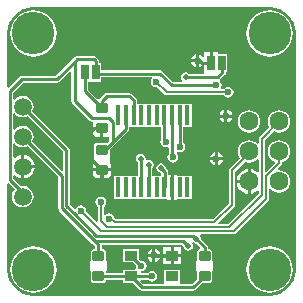
<source format=gtl>
G04 Layer_Physical_Order=1*
G04 Layer_Color=255*
%FSLAX44Y44*%
%MOMM*%
G71*
G01*
G75*
G04:AMPARAMS|DCode=10|XSize=1mm|YSize=0.9mm|CornerRadius=0.1125mm|HoleSize=0mm|Usage=FLASHONLY|Rotation=0.000|XOffset=0mm|YOffset=0mm|HoleType=Round|Shape=RoundedRectangle|*
%AMROUNDEDRECTD10*
21,1,1.0000,0.6750,0,0,0.0*
21,1,0.7750,0.9000,0,0,0.0*
1,1,0.2250,0.3875,-0.3375*
1,1,0.2250,-0.3875,-0.3375*
1,1,0.2250,-0.3875,0.3375*
1,1,0.2250,0.3875,0.3375*
%
%ADD10ROUNDEDRECTD10*%
%ADD11R,1.0160X0.8636*%
%ADD12R,0.6350X1.2700*%
%ADD13R,0.4064X1.6510*%
%ADD14C,0.2500*%
%ADD15C,0.2000*%
%ADD16C,0.3000*%
%ADD17C,1.6000*%
%ADD18C,3.6000*%
%ADD19C,1.5000*%
%ADD20C,0.5000*%
%ADD21C,0.6000*%
G36*
X215951Y118192D02*
Y108020D01*
X214681Y107452D01*
X212915Y108807D01*
X210352Y109869D01*
X208870Y110064D01*
Y99600D01*
Y89136D01*
X210352Y89331D01*
X212915Y90393D01*
X214681Y91748D01*
X215951Y91180D01*
Y89556D01*
X189944Y63549D01*
X181813D01*
X181327Y64722D01*
X194802Y78198D01*
X195355Y79025D01*
X195549Y80000D01*
Y107944D01*
X203868Y116263D01*
X205120Y115744D01*
X207600Y115418D01*
X210080Y115744D01*
X212391Y116702D01*
X214375Y118225D01*
X214681Y118623D01*
X215951Y118192D01*
D02*
G37*
G36*
X25000Y247176D02*
X223772D01*
X225000Y247176D01*
X225000Y247176D01*
X225000Y247176D01*
Y247176D01*
X226234Y247088D01*
X229333Y246783D01*
X233499Y245519D01*
X237339Y243467D01*
X240705Y240705D01*
X243467Y237339D01*
X245519Y233499D01*
X246783Y229333D01*
X247088Y226234D01*
X247176Y225000D01*
X247176D01*
X247176Y225000D01*
Y26228D01*
X247176Y25000D01*
X247176Y25000D01*
X247176Y25000D01*
X247176D01*
X247088Y23766D01*
X246783Y20667D01*
X245519Y16501D01*
X243467Y12661D01*
X240705Y9295D01*
X237339Y6533D01*
X233499Y4481D01*
X229333Y3217D01*
X226234Y2912D01*
X225000Y2824D01*
Y2824D01*
X225000Y2824D01*
X26228D01*
X25000Y2824D01*
X25000Y2824D01*
X25000Y2824D01*
Y2824D01*
X23766Y2912D01*
X20667Y3217D01*
X16501Y4481D01*
X12661Y6533D01*
X9295Y9295D01*
X6533Y12661D01*
X4481Y16501D01*
X3217Y20667D01*
X2912Y23766D01*
X2824Y25000D01*
X2824D01*
X2824Y25000D01*
Y97414D01*
X4094Y97941D01*
X9249Y92786D01*
X8138Y91339D01*
X7232Y89149D01*
X6922Y86800D01*
X7232Y84451D01*
X8138Y82261D01*
X9581Y80381D01*
X11461Y78938D01*
X13650Y78032D01*
X16000Y77722D01*
X18349Y78032D01*
X20539Y78938D01*
X22419Y80381D01*
X23861Y82261D01*
X24768Y84451D01*
X25078Y86800D01*
X24768Y89149D01*
X23861Y91339D01*
X22419Y93219D01*
X20539Y94661D01*
X18349Y95568D01*
X16000Y95878D01*
X14310Y95655D01*
X7804Y102161D01*
Y104486D01*
X9074Y104859D01*
X10937Y103430D01*
X13379Y102418D01*
X14730Y102240D01*
Y112200D01*
Y122159D01*
X13379Y121981D01*
X10937Y120970D01*
X9074Y119541D01*
X7804Y119914D01*
Y131411D01*
X9074Y131842D01*
X9581Y131181D01*
X11461Y129739D01*
X13650Y128832D01*
X16000Y128522D01*
X18349Y128832D01*
X20084Y129550D01*
X46196Y103439D01*
Y77000D01*
X46410Y75927D01*
X47017Y75017D01*
X75017Y47017D01*
X77196Y44839D01*
Y42551D01*
X76125D01*
X75101Y42348D01*
X74233Y41768D01*
X73652Y40899D01*
X73449Y39875D01*
Y33125D01*
X73561Y32561D01*
X73000Y32000D01*
Y24000D01*
X73561Y23439D01*
X73449Y22875D01*
Y16125D01*
X73652Y15101D01*
X74233Y14232D01*
X75101Y13652D01*
X76125Y13449D01*
X83875D01*
X84899Y13652D01*
X85767Y14232D01*
X86348Y15101D01*
X86551Y16125D01*
Y16446D01*
X100920D01*
Y13432D01*
X109353D01*
X114767Y8017D01*
X115677Y7410D01*
X116750Y7196D01*
X160500D01*
X161573Y7410D01*
X162483Y8017D01*
X167914Y13449D01*
X173875D01*
X174899Y13652D01*
X175767Y14232D01*
X176348Y15101D01*
X176551Y16125D01*
Y22875D01*
X176439Y23439D01*
X177000Y24000D01*
Y32000D01*
X176439Y32561D01*
X176551Y33125D01*
Y39875D01*
X176348Y40899D01*
X175767Y41768D01*
X174899Y42348D01*
X173875Y42551D01*
X172804D01*
Y44000D01*
X172591Y45073D01*
X171983Y45983D01*
X167060Y50906D01*
X167078Y51000D01*
X166768Y52561D01*
X166019Y53681D01*
X166249Y54449D01*
X166573Y54951D01*
X194500D01*
X195476Y55145D01*
X196302Y55698D01*
X223802Y83198D01*
X224355Y84025D01*
X224549Y85000D01*
Y92922D01*
X225819Y93353D01*
X226224Y92825D01*
X228209Y91302D01*
X230520Y90344D01*
X233000Y90018D01*
X235480Y90344D01*
X237791Y91302D01*
X239775Y92825D01*
X241298Y94809D01*
X242255Y97120D01*
X242582Y99600D01*
X242255Y102080D01*
X241298Y104391D01*
X239775Y106376D01*
X237791Y107898D01*
X235480Y108855D01*
X233000Y109182D01*
X232520Y109119D01*
X231926Y110322D01*
X234803Y113198D01*
X235355Y114025D01*
X235549Y115000D01*
Y115773D01*
X237791Y116702D01*
X239775Y118225D01*
X241298Y120209D01*
X242255Y122520D01*
X242582Y125000D01*
X242255Y127480D01*
X241298Y129791D01*
X239775Y131776D01*
X237791Y133298D01*
X235480Y134256D01*
X233000Y134582D01*
X230520Y134256D01*
X228209Y133298D01*
X226224Y131776D01*
X224702Y129791D01*
X223745Y127480D01*
X223418Y125000D01*
X223745Y122520D01*
X224702Y120209D01*
X226224Y118225D01*
X228209Y116702D01*
X229195Y116293D01*
X229443Y115048D01*
X222222Y107827D01*
X221049Y108313D01*
Y134843D01*
X228279Y142073D01*
X230520Y141145D01*
X233000Y140818D01*
X235480Y141145D01*
X237791Y142102D01*
X239775Y143625D01*
X241298Y145609D01*
X242255Y147920D01*
X242582Y150400D01*
X242255Y152880D01*
X241298Y155191D01*
X239775Y157176D01*
X237791Y158698D01*
X235480Y159656D01*
X233000Y159982D01*
X230520Y159656D01*
X228209Y158698D01*
X226224Y157176D01*
X224702Y155191D01*
X223745Y152880D01*
X223418Y150400D01*
X223745Y147920D01*
X224674Y145677D01*
X216698Y137702D01*
X216145Y136875D01*
X215951Y135899D01*
Y131808D01*
X214681Y131377D01*
X214375Y131776D01*
X212391Y133298D01*
X210080Y134256D01*
X207600Y134582D01*
X205120Y134256D01*
X202809Y133298D01*
X200825Y131776D01*
X199302Y129791D01*
X198344Y127480D01*
X198018Y125000D01*
X198344Y122520D01*
X199302Y120209D01*
X199867Y119472D01*
X191198Y110802D01*
X190645Y109976D01*
X190451Y109000D01*
Y81056D01*
X176944Y67549D01*
X95056D01*
X93336Y69269D01*
X93239Y69756D01*
X92244Y71244D01*
X90756Y72239D01*
X89000Y72588D01*
X87244Y72239D01*
X85819Y71287D01*
X85464Y71360D01*
X84549Y71724D01*
Y78291D01*
X85244Y78756D01*
X86239Y80244D01*
X86588Y82000D01*
X86239Y83756D01*
X85244Y85244D01*
X83756Y86239D01*
X82000Y86588D01*
X80244Y86239D01*
X78756Y85244D01*
X77761Y83756D01*
X77412Y82000D01*
X77761Y80244D01*
X78756Y78756D01*
X79451Y78291D01*
Y66000D01*
X79464Y65937D01*
X78293Y65312D01*
X69425Y74180D01*
X69588Y75000D01*
X69239Y76756D01*
X68244Y78244D01*
X66756Y79239D01*
X65000Y79588D01*
X63244Y79239D01*
X61756Y78244D01*
X60859Y76902D01*
X60136Y76566D01*
X59571Y76395D01*
X55804Y80161D01*
Y126000D01*
X55590Y127073D01*
X54983Y127983D01*
X24050Y158916D01*
X24768Y160651D01*
X25078Y163000D01*
X24768Y165349D01*
X23861Y167539D01*
X22419Y169419D01*
X20539Y170861D01*
X18349Y171768D01*
X16000Y172078D01*
X13650Y171768D01*
X11461Y170861D01*
X9581Y169419D01*
X9074Y168758D01*
X7804Y169189D01*
Y174839D01*
X16161Y183196D01*
X45000D01*
X46073Y183410D01*
X46983Y184017D01*
X56023Y193058D01*
X57196Y192572D01*
Y168000D01*
X57410Y166927D01*
X58017Y166017D01*
X73017Y151017D01*
X73927Y150410D01*
X74771Y150242D01*
X75092Y149908D01*
X75225Y149717D01*
X75597Y148926D01*
X75388Y147875D01*
Y145770D01*
X83000D01*
Y144500D01*
X84270D01*
Y137388D01*
X86875D01*
X87926Y137597D01*
X89196Y136857D01*
Y134161D01*
X87468Y132433D01*
X86875Y132551D01*
X79125D01*
X78101Y132348D01*
X77232Y131768D01*
X76652Y130899D01*
X76449Y129875D01*
Y123125D01*
X76561Y122561D01*
X76000Y122000D01*
Y114795D01*
X75673Y114305D01*
X75388Y112875D01*
Y110770D01*
X90612D01*
Y112875D01*
X90327Y114305D01*
X90000Y114795D01*
Y122000D01*
X89439Y122561D01*
X89551Y123125D01*
Y126586D01*
X93983Y131017D01*
X105233Y142267D01*
X105840Y143177D01*
X106054Y144250D01*
Y145979D01*
X132998D01*
Y135111D01*
X132761Y134756D01*
X132412Y133000D01*
X132761Y131244D01*
X133756Y129756D01*
X135244Y128761D01*
X137000Y128412D01*
X138676Y128745D01*
X138949Y128742D01*
X139946Y128209D01*
Y123372D01*
X139756Y123244D01*
X138761Y121756D01*
X138412Y120000D01*
X138761Y118244D01*
X139756Y116756D01*
X141244Y115761D01*
X143000Y115412D01*
X144756Y115761D01*
X146244Y116756D01*
X147239Y118244D01*
X147588Y120000D01*
X147239Y121756D01*
X146244Y123244D01*
X146205Y123271D01*
X146236Y123907D01*
X146577Y124196D01*
X147540Y124702D01*
X149000Y124412D01*
X150756Y124761D01*
X152244Y125756D01*
X153239Y127244D01*
X153588Y129000D01*
X153239Y130756D01*
X152244Y132244D01*
X151804Y132539D01*
Y145979D01*
X158892D01*
Y165489D01*
X112554D01*
Y168250D01*
X112340Y169323D01*
X111733Y170233D01*
X107983Y173983D01*
X107073Y174590D01*
X106000Y174804D01*
X87000D01*
X85927Y174590D01*
X85017Y173983D01*
X81017Y169983D01*
X80722Y169540D01*
X79243Y169222D01*
X71304Y177161D01*
Y184150D01*
X82247D01*
Y188196D01*
X125069D01*
X125543Y186926D01*
X124761Y185756D01*
X124412Y184000D01*
X124761Y182244D01*
X125756Y180756D01*
X127244Y179761D01*
X129000Y179412D01*
X129820Y179575D01*
X136198Y173198D01*
X137025Y172645D01*
X138000Y172451D01*
X186291D01*
X186756Y171756D01*
X188244Y170761D01*
X190000Y170412D01*
X191756Y170761D01*
X193244Y171756D01*
X194239Y173244D01*
X194588Y175000D01*
X194239Y176756D01*
X193244Y178244D01*
X191756Y179239D01*
X190000Y179588D01*
X188244Y179239D01*
X186756Y178244D01*
X186291Y177549D01*
X184634D01*
X183955Y178819D01*
X184239Y179244D01*
X184588Y181000D01*
X184239Y182756D01*
X183244Y184244D01*
X182930Y184454D01*
Y185982D01*
X182983Y186017D01*
X187063Y190097D01*
X187670Y191007D01*
X187884Y192080D01*
Y192150D01*
X189247D01*
Y207850D01*
X181215D01*
Y208890D01*
X176770D01*
Y200000D01*
X174230D01*
Y208890D01*
X169785D01*
Y205600D01*
X168515Y205215D01*
X167994Y205994D01*
X166162Y207219D01*
X165270Y207396D01*
Y202000D01*
Y196604D01*
X166162Y196781D01*
X167994Y198006D01*
X168515Y198785D01*
X169785Y198400D01*
Y191110D01*
X168642Y190804D01*
X156937D01*
X156884Y190884D01*
X155561Y191768D01*
X154000Y192078D01*
X152439Y191768D01*
X151116Y190884D01*
X150232Y189561D01*
X149922Y188000D01*
X150232Y186439D01*
X151116Y185116D01*
X151180Y185074D01*
X150794Y183804D01*
X143161D01*
X133982Y192983D01*
X133073Y193591D01*
X132000Y193804D01*
X82247D01*
Y199850D01*
X80376D01*
Y201428D01*
X80162Y202501D01*
X79555Y203411D01*
X77983Y204983D01*
X77073Y205590D01*
X76000Y205804D01*
X62000D01*
X60927Y205590D01*
X60017Y204983D01*
X58017Y202983D01*
X43839Y188804D01*
X15000D01*
X13927Y188590D01*
X13017Y187983D01*
X4094Y179060D01*
X2824Y179586D01*
Y223772D01*
X2824Y225000D01*
X2824Y225000D01*
X2824Y225000D01*
X2824D01*
X2912Y226234D01*
X3217Y229333D01*
X4481Y233499D01*
X6533Y237339D01*
X9295Y240705D01*
X12661Y243467D01*
X16501Y245519D01*
X20667Y246783D01*
X23766Y247088D01*
X25000Y247176D01*
Y247176D01*
X25000Y247176D01*
D02*
G37*
G36*
X161439Y47232D02*
X163000Y46922D01*
X163094Y46940D01*
X166213Y43821D01*
X166184Y43397D01*
X165760Y42479D01*
X165101Y42348D01*
X164233Y41768D01*
X163652Y40899D01*
X163449Y39875D01*
Y33125D01*
X163561Y32561D01*
X163000Y32000D01*
Y24000D01*
X163561Y23439D01*
X163449Y22875D01*
Y16914D01*
X159339Y12804D01*
X150116D01*
X149106Y13432D01*
X149106Y14074D01*
Y25068D01*
X135946D01*
Y14074D01*
X135946Y13432D01*
X134936Y12804D01*
X117911D01*
X115442Y15273D01*
X115928Y16446D01*
X121712D01*
X122006Y16006D01*
X123494Y15011D01*
X125250Y14662D01*
X127006Y15011D01*
X128495Y16006D01*
X129489Y17494D01*
X129838Y19250D01*
X129489Y21006D01*
X128495Y22494D01*
X127006Y23489D01*
X125250Y23838D01*
X123494Y23489D01*
X122006Y22494D01*
X121712Y22054D01*
X115441D01*
X115362Y22288D01*
X116197Y23376D01*
X116315Y23430D01*
X117980Y23761D01*
X119468Y24756D01*
X120463Y26244D01*
X120812Y28000D01*
X120463Y29756D01*
X119468Y31244D01*
X117980Y32239D01*
X116224Y32588D01*
X115704Y32485D01*
X114080Y34109D01*
Y42708D01*
X100920D01*
Y31072D01*
X109187D01*
X111739Y28520D01*
X111636Y28000D01*
X111966Y26338D01*
X111947Y26048D01*
X111424Y25068D01*
X100920D01*
Y22054D01*
X86551D01*
Y22875D01*
X86439Y23439D01*
X87000Y24000D01*
Y32000D01*
X86439Y32561D01*
X86551Y33125D01*
Y39875D01*
X86348Y40899D01*
X85767Y41768D01*
X84899Y42348D01*
X83875Y42551D01*
X82804D01*
Y46000D01*
X82965Y46196D01*
X150839D01*
X151940Y45094D01*
X151922Y45000D01*
X152232Y43439D01*
X153116Y42116D01*
X154439Y41232D01*
X156000Y40922D01*
X157561Y41232D01*
X158884Y42116D01*
X159768Y43439D01*
X160078Y45000D01*
X159768Y46561D01*
X159453Y47032D01*
X160369Y47947D01*
X161439Y47232D01*
D02*
G37*
G36*
X9581Y156581D02*
X11461Y155139D01*
X13650Y154232D01*
X16000Y153922D01*
X18349Y154232D01*
X20084Y154950D01*
X50196Y124838D01*
Y109028D01*
X49023Y108542D01*
X24050Y133516D01*
X24768Y135251D01*
X25078Y137600D01*
X24768Y139949D01*
X23861Y142139D01*
X22419Y144019D01*
X20539Y145461D01*
X18349Y146368D01*
X16000Y146678D01*
X13650Y146368D01*
X11461Y145461D01*
X9581Y144019D01*
X9074Y143358D01*
X7804Y143789D01*
Y156811D01*
X9074Y157242D01*
X9581Y156581D01*
D02*
G37*
%LPC*%
G36*
X206330Y110064D02*
X204848Y109869D01*
X202285Y108807D01*
X200083Y107117D01*
X198393Y104916D01*
X197331Y102352D01*
X197136Y100870D01*
X206330D01*
Y110064D01*
D02*
G37*
G36*
Y98330D02*
X197136D01*
X197331Y96848D01*
X198393Y94284D01*
X200083Y92083D01*
X202285Y90393D01*
X204848Y89331D01*
X206330Y89136D01*
Y98330D01*
D02*
G37*
G36*
X225000Y244594D02*
X221177Y244218D01*
X217501Y243103D01*
X214114Y241292D01*
X211145Y238855D01*
X208708Y235886D01*
X206897Y232498D01*
X205782Y228822D01*
X205406Y225000D01*
X205782Y221177D01*
X206897Y217501D01*
X208708Y214114D01*
X211145Y211145D01*
X214114Y208708D01*
X217501Y206897D01*
X221177Y205782D01*
X225000Y205406D01*
X228822Y205782D01*
X232498Y206897D01*
X235886Y208708D01*
X238855Y211145D01*
X241292Y214114D01*
X243103Y217501D01*
X244218Y221177D01*
X244594Y225000D01*
X244218Y228822D01*
X243103Y232498D01*
X241292Y235886D01*
X238855Y238855D01*
X235886Y241292D01*
X232498Y243103D01*
X228822Y244218D01*
X225000Y244594D01*
D02*
G37*
G36*
X116000Y123078D02*
X114439Y122768D01*
X113116Y121884D01*
X112232Y120561D01*
X111922Y119000D01*
X112232Y117439D01*
X113116Y116116D01*
X113196Y116063D01*
Y104255D01*
X93218D01*
Y84745D01*
X137834D01*
Y83705D01*
X141136D01*
Y94500D01*
Y105295D01*
X138804D01*
Y108000D01*
X138590Y109073D01*
X137983Y109983D01*
X137060Y110906D01*
X137078Y111000D01*
X136768Y112561D01*
X135884Y113884D01*
X134561Y114768D01*
X133000Y115078D01*
X131439Y114768D01*
X130116Y113884D01*
X129232Y112561D01*
X128922Y111000D01*
X129232Y109439D01*
X130116Y108116D01*
X131439Y107232D01*
X133000Y106922D01*
X133196Y105686D01*
Y104255D01*
X125554D01*
Y110813D01*
X125634Y110866D01*
X126518Y112189D01*
X126828Y113750D01*
X126518Y115311D01*
X125634Y116634D01*
X124311Y117518D01*
X122750Y117828D01*
X121189Y117518D01*
X121061Y117432D01*
X119918Y118196D01*
X120078Y119000D01*
X119768Y120561D01*
X118884Y121884D01*
X117561Y122768D01*
X116000Y123078D01*
D02*
G37*
G36*
X25959Y110930D02*
X17270D01*
Y102240D01*
X18621Y102418D01*
X21063Y103430D01*
X23161Y105039D01*
X24770Y107137D01*
X25782Y109579D01*
X25959Y110930D01*
D02*
G37*
G36*
X146978Y105295D02*
X143676D01*
Y94500D01*
Y83705D01*
X146978D01*
Y84745D01*
X158892D01*
Y104255D01*
X146978D01*
Y105295D01*
D02*
G37*
G36*
X25000Y44595D02*
X21177Y44218D01*
X17502Y43103D01*
X14114Y41292D01*
X11145Y38856D01*
X8708Y35886D01*
X6897Y32499D01*
X5782Y28823D01*
X5406Y25000D01*
X5782Y21177D01*
X6897Y17502D01*
X8708Y14114D01*
X11145Y11145D01*
X14114Y8708D01*
X17502Y6897D01*
X21177Y5782D01*
X25000Y5406D01*
X28823Y5782D01*
X32499Y6897D01*
X35886Y8708D01*
X38856Y11145D01*
X41292Y14114D01*
X43103Y17502D01*
X44218Y21177D01*
X44595Y25000D01*
X44218Y28823D01*
X43103Y32499D01*
X41292Y35886D01*
X38856Y38856D01*
X35886Y41292D01*
X32499Y43103D01*
X28823Y44218D01*
X25000Y44595D01*
D02*
G37*
G36*
X225000D02*
X221177Y44218D01*
X217501Y43103D01*
X214114Y41292D01*
X211145Y38856D01*
X208708Y35886D01*
X206897Y32499D01*
X205782Y28823D01*
X205406Y25000D01*
X205782Y21177D01*
X206897Y17502D01*
X208708Y14114D01*
X211145Y11145D01*
X214114Y8708D01*
X217501Y6897D01*
X221177Y5782D01*
X225000Y5406D01*
X228822Y5782D01*
X232498Y6897D01*
X235886Y8708D01*
X238855Y11145D01*
X241292Y14114D01*
X243103Y17502D01*
X244218Y21177D01*
X244594Y25000D01*
X244218Y28823D01*
X243103Y32499D01*
X241292Y35886D01*
X238855Y38856D01*
X235886Y41292D01*
X232498Y43103D01*
X228822Y44218D01*
X225000Y44595D01*
D02*
G37*
G36*
X207600Y159982D02*
X205120Y159656D01*
X202809Y158698D01*
X200825Y157176D01*
X199302Y155191D01*
X198344Y152880D01*
X198018Y150400D01*
X198344Y147920D01*
X199302Y145609D01*
X200825Y143625D01*
X202809Y142102D01*
X205120Y141145D01*
X207600Y140818D01*
X210080Y141145D01*
X212391Y142102D01*
X214375Y143625D01*
X215898Y145609D01*
X216855Y147920D01*
X217182Y150400D01*
X216855Y152880D01*
X215898Y155191D01*
X214375Y157176D01*
X212391Y158698D01*
X210080Y159656D01*
X207600Y159982D01*
D02*
G37*
G36*
X186730Y153730D02*
X182604D01*
X182781Y152838D01*
X184006Y151006D01*
X185838Y149781D01*
X186730Y149604D01*
Y153730D01*
D02*
G37*
G36*
X181270Y124396D02*
Y120270D01*
X185396D01*
X185219Y121162D01*
X183994Y122994D01*
X182162Y124219D01*
X181270Y124396D01*
D02*
G37*
G36*
X81730Y143230D02*
X75388D01*
Y141125D01*
X75673Y139695D01*
X76483Y138483D01*
X77695Y137673D01*
X79125Y137388D01*
X81730D01*
Y143230D01*
D02*
G37*
G36*
X189270Y160396D02*
Y156270D01*
X193396D01*
X193219Y157162D01*
X191994Y158994D01*
X190162Y160219D01*
X189270Y160396D01*
D02*
G37*
G36*
X162730Y200730D02*
X158604D01*
X158781Y199838D01*
X160006Y198006D01*
X161838Y196781D01*
X162730Y196604D01*
Y200730D01*
D02*
G37*
G36*
X193396Y153730D02*
X189270D01*
Y149604D01*
X190162Y149781D01*
X191994Y151006D01*
X193219Y152838D01*
X193396Y153730D01*
D02*
G37*
G36*
X186730Y160396D02*
X185838Y160219D01*
X184006Y158994D01*
X182781Y157162D01*
X182604Y156270D01*
X186730D01*
Y160396D01*
D02*
G37*
G36*
X25000Y244594D02*
X21177Y244218D01*
X17502Y243103D01*
X14114Y241292D01*
X11145Y238855D01*
X8708Y235886D01*
X6897Y232498D01*
X5782Y228822D01*
X5406Y225000D01*
X5782Y221177D01*
X6897Y217501D01*
X8708Y214114D01*
X11145Y211145D01*
X14114Y208708D01*
X17502Y206897D01*
X21177Y205782D01*
X25000Y205406D01*
X28823Y205782D01*
X32499Y206897D01*
X35886Y208708D01*
X38856Y211145D01*
X41292Y214114D01*
X43103Y217501D01*
X44218Y221177D01*
X44595Y225000D01*
X44218Y228822D01*
X43103Y232498D01*
X41292Y235886D01*
X38856Y238855D01*
X35886Y241292D01*
X32499Y243103D01*
X28823Y244218D01*
X25000Y244594D01*
D02*
G37*
G36*
X17270Y122159D02*
Y113470D01*
X25959D01*
X25782Y114821D01*
X24770Y117263D01*
X23161Y119361D01*
X21063Y120970D01*
X18621Y121981D01*
X17270Y122159D01*
D02*
G37*
G36*
X81730Y108230D02*
X75388D01*
Y106125D01*
X75673Y104695D01*
X76483Y103483D01*
X77695Y102673D01*
X79125Y102388D01*
X81730D01*
Y108230D01*
D02*
G37*
G36*
X90612D02*
X84270D01*
Y102388D01*
X86875D01*
X88305Y102673D01*
X89517Y103483D01*
X90327Y104695D01*
X90612Y106125D01*
Y108230D01*
D02*
G37*
G36*
X162730Y207396D02*
X161838Y207219D01*
X160006Y205994D01*
X158781Y204162D01*
X158604Y203270D01*
X162730D01*
Y207396D01*
D02*
G37*
G36*
X178730Y124396D02*
X177838Y124219D01*
X176006Y122994D01*
X174781Y121162D01*
X174604Y120270D01*
X178730D01*
Y124396D01*
D02*
G37*
G36*
Y117730D02*
X174604D01*
X174781Y116838D01*
X176006Y115006D01*
X177838Y113781D01*
X178730Y113604D01*
Y117730D01*
D02*
G37*
G36*
X185396D02*
X181270D01*
Y113604D01*
X182162Y113781D01*
X183994Y115006D01*
X185219Y116838D01*
X185396Y117730D01*
D02*
G37*
G36*
X125730Y42396D02*
X124838Y42219D01*
X123006Y40994D01*
X121781Y39162D01*
X121604Y38270D01*
X125730D01*
Y42396D01*
D02*
G37*
G36*
X128270D02*
Y38270D01*
X132396D01*
X132219Y39162D01*
X130994Y40994D01*
X129162Y42219D01*
X128270Y42396D01*
D02*
G37*
G36*
X141256Y35620D02*
X134906D01*
Y30032D01*
X141256D01*
Y35620D01*
D02*
G37*
G36*
X150146D02*
X143796D01*
Y30032D01*
X150146D01*
Y35620D01*
D02*
G37*
G36*
X141256Y43748D02*
X134906D01*
Y38160D01*
X141256D01*
Y43748D01*
D02*
G37*
G36*
X150146D02*
X143796D01*
Y38160D01*
X150146D01*
Y43748D01*
D02*
G37*
G36*
X125730Y35730D02*
X121604D01*
X121781Y34838D01*
X123006Y33006D01*
X124838Y31781D01*
X125730Y31604D01*
Y35730D01*
D02*
G37*
G36*
X132396D02*
X128270D01*
Y31604D01*
X129162Y31781D01*
X130994Y33006D01*
X132219Y34838D01*
X132396Y35730D01*
D02*
G37*
%LPD*%
D10*
X83000Y109500D02*
D03*
Y126500D02*
D03*
Y144500D02*
D03*
Y161500D02*
D03*
X170000Y36500D02*
D03*
Y19500D02*
D03*
X80000Y36500D02*
D03*
Y19500D02*
D03*
D11*
X142526Y19250D02*
D03*
X107500D02*
D03*
X142526Y36890D02*
D03*
X107500D02*
D03*
D12*
X77572Y192000D02*
D03*
X68500D02*
D03*
X175500Y200000D02*
D03*
X184572D02*
D03*
D13*
X155360Y94500D02*
D03*
X148756D02*
D03*
X142406D02*
D03*
X135802D02*
D03*
X129250D02*
D03*
X122750D02*
D03*
X116250D02*
D03*
X109750D02*
D03*
X103250D02*
D03*
X96750D02*
D03*
X155360Y155734D02*
D03*
X148756D02*
D03*
X142406D02*
D03*
X135802D02*
D03*
X129250D02*
D03*
X116250D02*
D03*
X122750D02*
D03*
X109750D02*
D03*
X103250D02*
D03*
X96750D02*
D03*
D14*
X185080Y192080D02*
Y200000D01*
X181000Y188000D02*
X185080Y192080D01*
X154000Y188000D02*
X181000D01*
X49000Y77000D02*
X77000Y49000D01*
X16000Y163000D02*
X53000Y126000D01*
Y79000D02*
Y126000D01*
Y79000D02*
X59250Y72750D01*
Y72618D02*
Y72750D01*
X16000Y137600D02*
X49000Y104600D01*
Y77000D02*
Y104600D01*
X15000Y186000D02*
X45000D01*
X5000Y176000D02*
X15000Y186000D01*
X5000Y101000D02*
Y176000D01*
Y101000D02*
X16000Y90000D01*
Y86800D02*
Y90000D01*
X87000Y172000D02*
X106000D01*
X83000Y168000D02*
X87000Y172000D01*
X83000Y161500D02*
Y168000D01*
X109750Y155734D02*
Y168250D01*
X106000Y172000D02*
X109750Y168250D01*
X77572Y192000D02*
Y201428D01*
X76000Y203000D02*
X77572Y201428D01*
X62000Y203000D02*
X76000D01*
X75000Y153000D02*
X89000D01*
X60000Y168000D02*
X75000Y153000D01*
X60000Y168000D02*
Y201000D01*
X62000Y203000D01*
X73000Y119500D02*
X83000Y109500D01*
X73000Y119500D02*
Y141000D01*
X76500Y144500D01*
X83000D01*
X85500Y126500D02*
X92000Y133000D01*
X83000Y126500D02*
X85500D01*
X92000Y133000D02*
X103250Y144250D01*
X92000Y133000D02*
Y146276D01*
X91968Y146308D02*
X92000Y146276D01*
X91968Y146308D02*
Y150032D01*
X89000Y153000D02*
X91968Y150032D01*
X103250Y155734D02*
X103250Y155734D01*
X103250Y144250D02*
Y155734D01*
X68500Y176000D02*
Y191000D01*
Y176000D02*
X83000Y161500D01*
Y92000D02*
Y109500D01*
X142406Y83406D02*
Y94500D01*
X139000Y80000D02*
X142406Y83406D01*
X95000Y80000D02*
X139000D01*
X83000Y92000D02*
X95000Y80000D01*
X135802Y94500D02*
X136000Y94698D01*
Y108000D01*
X133000Y111000D02*
X136000Y108000D01*
X122750Y94500D02*
Y113750D01*
X116000Y94750D02*
X116250Y94500D01*
X116000Y94750D02*
Y119000D01*
X168000Y200000D02*
X172424D01*
X166000Y202000D02*
X168000Y200000D01*
X164000Y202000D02*
X166000D01*
X77572Y191000D02*
X132000D01*
X142000Y181000D01*
X180000D01*
X148756Y155734D02*
X149000Y155490D01*
Y129000D02*
Y155490D01*
X142750Y120250D02*
X143000Y120000D01*
X142750Y120250D02*
Y155390D01*
X142406Y155734D02*
X142750Y155390D01*
X135802Y134198D02*
Y155734D01*
Y134198D02*
X137000Y133000D01*
X107500Y36724D02*
Y36890D01*
Y36724D02*
X116224Y28000D01*
X107500Y19250D02*
X125250D01*
X80250D02*
X107500D01*
X160500Y10000D02*
X170000Y19500D01*
X116750Y10000D02*
X160500D01*
X107500Y19250D02*
X116750Y10000D01*
X170000Y36500D02*
Y44000D01*
X163000Y51000D02*
X170000Y44000D01*
X80000Y36500D02*
Y46000D01*
X77000Y49000D02*
X80000Y46000D01*
X152000Y49000D02*
X156000Y45000D01*
X77000Y49000D02*
X152000D01*
X160250Y53750D02*
X163000Y51000D01*
X59250Y72618D02*
X78118Y53750D01*
X160250D01*
X45000Y186000D02*
X60000Y201000D01*
D15*
X94000Y65000D02*
X178000D01*
X91000Y68000D02*
X94000Y65000D01*
X82000Y66000D02*
Y82000D01*
X89000Y68000D02*
X91000D01*
X178000Y65000D02*
X193000Y80000D01*
Y109000D01*
X207600Y123600D01*
Y125000D01*
X233000Y115000D02*
Y125000D01*
X129000Y184000D02*
X138000Y175000D01*
X190000D01*
X194500Y57500D02*
X222000Y85000D01*
Y104000D01*
X233000Y115000D01*
X191000Y61000D02*
X218500Y88500D01*
Y135899D01*
X233000Y150400D01*
X82000Y66000D02*
X87000Y61000D01*
X191000D01*
X65000Y75000D02*
X82500Y57500D01*
X194500D01*
D16*
X127000Y37000D02*
X127110Y36890D01*
X142526D01*
D17*
X207600Y99600D02*
D03*
X233000D02*
D03*
X207600Y125000D02*
D03*
X233000D02*
D03*
X207600Y150400D02*
D03*
X233000D02*
D03*
D18*
X25000Y25000D02*
D03*
X225000D02*
D03*
Y225000D02*
D03*
X25000D02*
D03*
D19*
X16000Y163000D02*
D03*
Y137600D02*
D03*
Y112200D02*
D03*
Y86800D02*
D03*
D20*
X154000Y188000D02*
D03*
X163000Y51000D02*
D03*
X156000Y45000D02*
D03*
X133000Y111000D02*
D03*
X122750Y113750D02*
D03*
X116000Y119000D02*
D03*
D21*
X89000Y68000D02*
D03*
X164000Y202000D02*
D03*
X180000Y181000D02*
D03*
X82000Y82000D02*
D03*
X65000Y75000D02*
D03*
X129000Y184000D02*
D03*
X190000Y175000D02*
D03*
X149000Y129000D02*
D03*
X143000Y120000D02*
D03*
X137000Y133000D02*
D03*
X116224Y28000D02*
D03*
X125250Y19250D02*
D03*
X127000Y37000D02*
D03*
X180000Y119000D02*
D03*
X188000Y155000D02*
D03*
M02*

</source>
